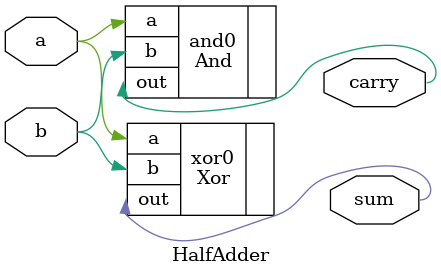
<source format=v>
/**
 * Computes the sum of two bits.
 */

`default_nettype none
module HalfAdder(
	input a,		//1-bit input
	input b,		//1-bit inpur
	output sum,	    //Right bit of a + b
	output carry	//Lef bit of a + b
);
	Xor xor0(.a(a), .b(b), .out(sum));
	And and0(.a(a), .b(b), .out(carry));

endmodule

</source>
